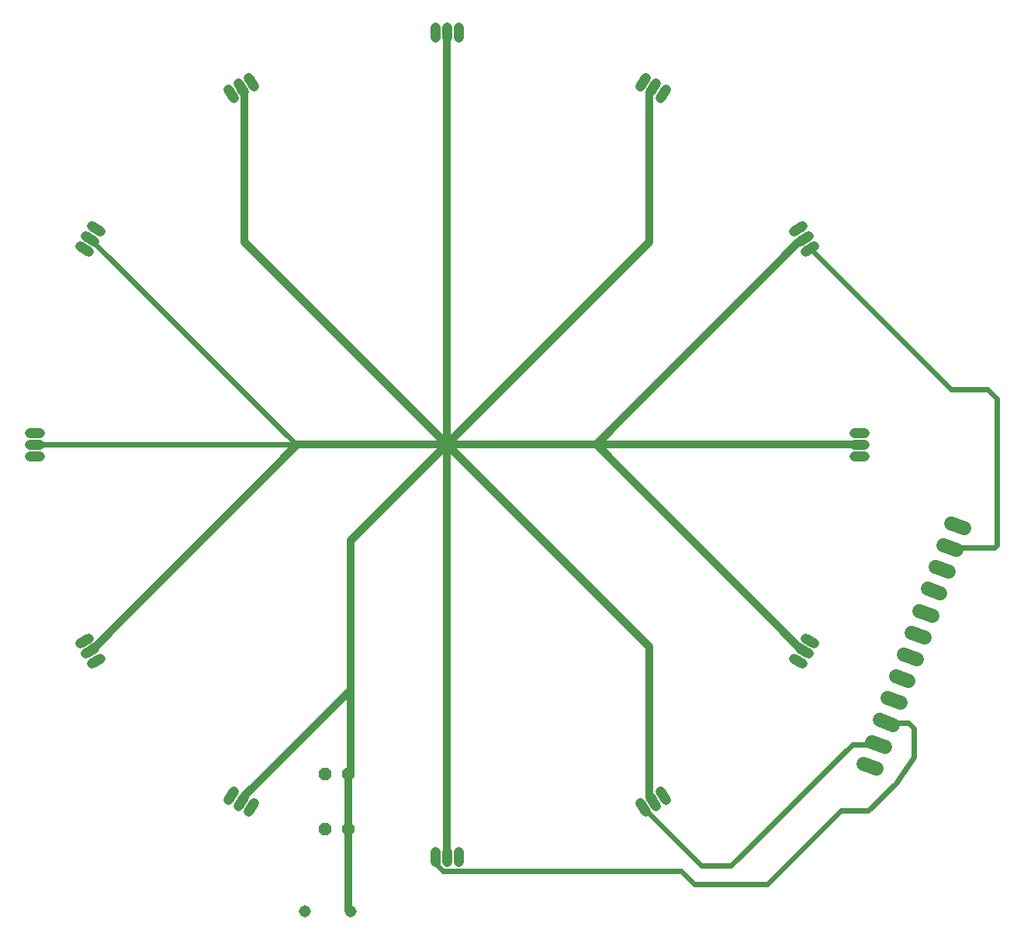
<source format=gbr>
G04 EAGLE Gerber RS-274X export*
G75*
%MOMM*%
%FSLAX34Y34*%
%LPD*%
%INBottom Copper*%
%IPPOS*%
%AMOC8*
5,1,8,0,0,1.08239X$1,22.5*%
G01*
%ADD10C,1.108000*%
%ADD11P,1.429621X8X22.500000*%
%ADD12C,1.524000*%
%ADD13C,1.308000*%
%ADD14C,0.609600*%
%ADD15C,0.812800*%


D10*
X444460Y12700D02*
X455540Y12700D01*
X455540Y0D02*
X444460Y0D01*
X444460Y-12700D02*
X455540Y-12700D01*
X12700Y-444460D02*
X12700Y-455540D01*
X0Y-455540D02*
X0Y-444460D01*
X-12700Y-444460D02*
X-12700Y-455540D01*
X233229Y-378563D02*
X238769Y-388159D01*
X227770Y-394509D02*
X222230Y-384913D01*
X211231Y-391263D02*
X216771Y-400859D01*
X391263Y-211231D02*
X400859Y-216771D01*
X394509Y-227770D02*
X384913Y-222230D01*
X378563Y-233229D02*
X388159Y-238769D01*
X378563Y233229D02*
X388159Y238768D01*
X394509Y227770D02*
X384913Y222230D01*
X391263Y211232D02*
X400859Y216771D01*
X211231Y391263D02*
X216771Y400859D01*
X227770Y394509D02*
X222230Y384913D01*
X233229Y378563D02*
X238769Y388159D01*
X-12700Y444460D02*
X-12700Y455540D01*
X0Y455540D02*
X0Y444460D01*
X12700Y444460D02*
X12700Y455540D01*
X-233229Y378563D02*
X-238768Y388159D01*
X-227770Y394509D02*
X-222230Y384913D01*
X-211232Y391263D02*
X-216771Y400859D01*
X-391263Y211232D02*
X-400859Y216771D01*
X-394509Y227770D02*
X-384913Y222230D01*
X-378563Y233229D02*
X-388159Y238768D01*
X-444460Y-12700D02*
X-455540Y-12700D01*
X-455540Y0D02*
X-444460Y0D01*
X-444460Y12700D02*
X-455540Y12700D01*
X-378563Y-233229D02*
X-388159Y-238769D01*
X-394509Y-227770D02*
X-384913Y-222230D01*
X-391263Y-211231D02*
X-400859Y-216771D01*
X-211231Y-391263D02*
X-216771Y-400859D01*
X-227770Y-394509D02*
X-222230Y-384913D01*
X-233229Y-378563D02*
X-238769Y-388159D01*
D11*
X-132700Y-420000D03*
X-107300Y-420000D03*
X-132700Y-360000D03*
X-107300Y-360000D03*
D12*
X550620Y-86119D02*
X564941Y-91331D01*
X556253Y-115199D02*
X541932Y-109987D01*
X533245Y-133855D02*
X547566Y-139068D01*
X538879Y-162936D02*
X524558Y-157723D01*
X515871Y-181592D02*
X530191Y-186804D01*
X521504Y-210672D02*
X507183Y-205460D01*
X498496Y-229328D02*
X512817Y-234540D01*
X504129Y-258408D02*
X489809Y-253196D01*
X481121Y-277064D02*
X495442Y-282277D01*
X486755Y-306145D02*
X472434Y-300932D01*
X463747Y-324801D02*
X478068Y-330013D01*
X469380Y-353881D02*
X455059Y-348669D01*
D13*
X-105000Y-510000D03*
X-155000Y-510000D03*
D14*
X550062Y60000D02*
X396061Y214001D01*
X550062Y60000D02*
X590000Y60000D01*
X600000Y50000D01*
X600000Y-110000D01*
X597407Y-112593D02*
X549093Y-112593D01*
X597407Y-112593D02*
X600000Y-110000D01*
X-4189Y-465652D02*
X-10112Y-459729D01*
X-10112Y-452588D02*
X-12700Y-450000D01*
X-10112Y-452588D02*
X-10112Y-459729D01*
X255652Y-465652D02*
X270000Y-480000D01*
X255652Y-465652D02*
X-4189Y-465652D01*
X270000Y-480000D02*
X350000Y-480000D01*
X430000Y-400000D02*
X460000Y-400000D01*
X490318Y-369682D01*
X510000Y-341573D01*
X510000Y-310000D01*
X503539Y-303539D01*
X479594Y-303539D01*
X430000Y-400000D02*
X350000Y-480000D01*
X221072Y-403132D02*
X214001Y-396061D01*
X221072Y-403132D02*
X221107Y-403192D01*
X221142Y-403202D01*
X277940Y-460000D01*
X442593Y-327407D02*
X470907Y-327407D01*
X310000Y-460000D02*
X277940Y-460000D01*
X310000Y-460000D02*
X442593Y-327407D01*
D15*
X0Y0D02*
X-105000Y-105000D01*
X0Y0D02*
X0Y-450000D01*
X225000Y-389711D02*
X225000Y-386567D01*
X221287Y-382854D01*
X221287Y-221287D02*
X0Y0D01*
X221287Y-221287D02*
X221287Y-382854D01*
X385416Y-220705D02*
X389711Y-225000D01*
X163144Y0D02*
X163143Y0D01*
X383849Y-220705D02*
X385416Y-220705D01*
X383849Y-220705D02*
X163144Y0D01*
X450000Y0D01*
X385416Y220705D02*
X389711Y225000D01*
X163143Y0D02*
X0Y0D01*
X383849Y220705D02*
X385416Y220705D01*
X383849Y220705D02*
X163143Y0D01*
X225000Y386567D02*
X225000Y389711D01*
X225000Y386567D02*
X221287Y382854D01*
X221287Y221287D02*
X0Y0D01*
X221287Y221287D02*
X221287Y382854D01*
X0Y450000D02*
X0Y0D01*
X-225000Y386567D02*
X-225000Y389711D01*
X-225000Y386567D02*
X-221287Y382854D01*
X-221287Y221287D02*
X0Y0D01*
X-221287Y221287D02*
X-221287Y382854D01*
X-163144Y0D02*
X-163143Y0D01*
X-385416Y-220705D02*
X-389711Y-225000D01*
X-163143Y0D02*
X0Y0D01*
X-383849Y-220705D02*
X-385416Y-220705D01*
X-383849Y-220705D02*
X-163143Y0D01*
X-220705Y-385416D02*
X-225000Y-389711D01*
X-105000Y-268143D02*
X-105000Y-105000D01*
X-220705Y-383849D02*
X-220705Y-385416D01*
X-220705Y-383849D02*
X-105000Y-268143D01*
D14*
X-163143Y0D02*
X-164685Y0D01*
X-382640Y217929D02*
X-389711Y225000D01*
X-382640Y217929D02*
X-382615Y217929D01*
X-164685Y0D01*
X-450000Y0D01*
D15*
X-105000Y-268143D02*
X-105000Y-357700D01*
X-107300Y-360000D01*
X-107300Y-420000D01*
X-107300Y-507700D01*
X-105000Y-510000D01*
M02*

</source>
